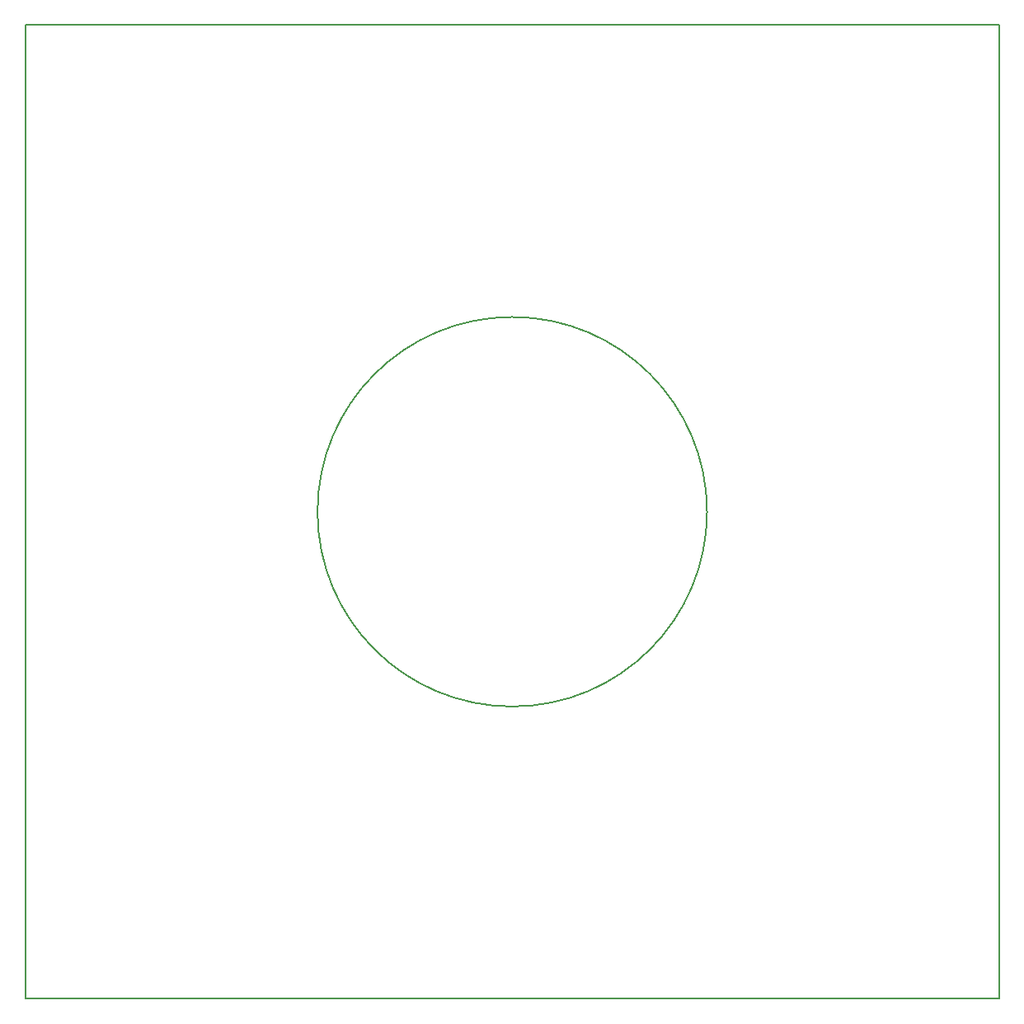
<source format=gbr>
G04 #@! TF.GenerationSoftware,KiCad,Pcbnew,6.0.0-rc1-unknown-1a22918~65~ubuntu16.04.1*
G04 #@! TF.CreationDate,2019-08-07T16:55:44+03:00*
G04 #@! TF.ProjectId,ModelBasePCB,4D6F64656C426173655043422E6B6963,rev?*
G04 #@! TF.SameCoordinates,Original*
G04 #@! TF.FileFunction,Profile,NP*
%FSLAX46Y46*%
G04 Gerber Fmt 4.6, Leading zero omitted, Abs format (unit mm)*
G04 Created by KiCad (PCBNEW 6.0.0-rc1-unknown-1a22918~65~ubuntu16.04.1) date Wed Aug  7 16:55:44 2019*
%MOMM*%
%LPD*%
G01*
G04 APERTURE LIST*
%ADD10C,0.200000*%
G04 APERTURE END LIST*
D10*
X120000000Y-80000000D02*
G75*
G03X120000000Y-80000000I-20000000J0D01*
G01*
X50000000Y-130000000D02*
X50000000Y-30000000D01*
X150000000Y-130000000D02*
X50000000Y-130000000D01*
X150000000Y-30000000D02*
X150000000Y-130000000D01*
X50000000Y-30000000D02*
X150000000Y-30000000D01*
M02*

</source>
